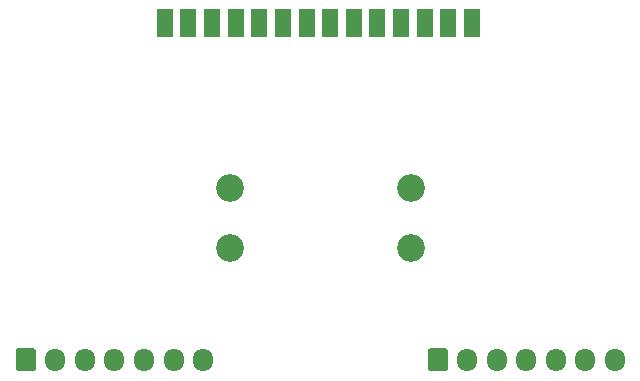
<source format=gbr>
G04 #@! TF.GenerationSoftware,KiCad,Pcbnew,(5.1.5)-3*
G04 #@! TF.CreationDate,2020-02-13T20:49:58+01:00*
G04 #@! TF.ProjectId,bms,626d732e-6b69-4636-9164-5f7063625858,01*
G04 #@! TF.SameCoordinates,Original*
G04 #@! TF.FileFunction,Copper,L2,Bot*
G04 #@! TF.FilePolarity,Positive*
%FSLAX46Y46*%
G04 Gerber Fmt 4.6, Leading zero omitted, Abs format (unit mm)*
G04 Created by KiCad (PCBNEW (5.1.5)-3) date 2020-02-13 20:49:58*
%MOMM*%
%LPD*%
G04 APERTURE LIST*
%ADD10C,2.350000*%
%ADD11R,1.350000X2.350000*%
%ADD12O,1.700000X1.950000*%
%ADD13C,0.100000*%
G04 APERTURE END LIST*
D10*
X127847500Y-96120000D03*
X127847500Y-101200000D03*
X112527500Y-96120000D03*
X112527500Y-101200000D03*
D11*
X106990000Y-82200000D03*
X108990000Y-82200000D03*
X110990000Y-82200000D03*
X112990000Y-82200000D03*
X114990000Y-82200000D03*
X116990000Y-82200000D03*
X118990000Y-82200000D03*
X120990000Y-82200000D03*
X122990000Y-82200000D03*
X124990000Y-82200000D03*
X126990000Y-82200000D03*
X128990000Y-82200000D03*
X130990000Y-82200000D03*
X132990000Y-82200000D03*
D12*
X145100000Y-110700000D03*
X142600000Y-110700000D03*
X140100000Y-110700000D03*
X137600000Y-110700000D03*
X135100000Y-110700000D03*
X132600000Y-110700000D03*
G04 #@! TA.AperFunction,ComponentPad*
D13*
G36*
X130724504Y-109726204D02*
G01*
X130748773Y-109729804D01*
X130772571Y-109735765D01*
X130795671Y-109744030D01*
X130817849Y-109754520D01*
X130838893Y-109767133D01*
X130858598Y-109781747D01*
X130876777Y-109798223D01*
X130893253Y-109816402D01*
X130907867Y-109836107D01*
X130920480Y-109857151D01*
X130930970Y-109879329D01*
X130939235Y-109902429D01*
X130945196Y-109926227D01*
X130948796Y-109950496D01*
X130950000Y-109975000D01*
X130950000Y-111425000D01*
X130948796Y-111449504D01*
X130945196Y-111473773D01*
X130939235Y-111497571D01*
X130930970Y-111520671D01*
X130920480Y-111542849D01*
X130907867Y-111563893D01*
X130893253Y-111583598D01*
X130876777Y-111601777D01*
X130858598Y-111618253D01*
X130838893Y-111632867D01*
X130817849Y-111645480D01*
X130795671Y-111655970D01*
X130772571Y-111664235D01*
X130748773Y-111670196D01*
X130724504Y-111673796D01*
X130700000Y-111675000D01*
X129500000Y-111675000D01*
X129475496Y-111673796D01*
X129451227Y-111670196D01*
X129427429Y-111664235D01*
X129404329Y-111655970D01*
X129382151Y-111645480D01*
X129361107Y-111632867D01*
X129341402Y-111618253D01*
X129323223Y-111601777D01*
X129306747Y-111583598D01*
X129292133Y-111563893D01*
X129279520Y-111542849D01*
X129269030Y-111520671D01*
X129260765Y-111497571D01*
X129254804Y-111473773D01*
X129251204Y-111449504D01*
X129250000Y-111425000D01*
X129250000Y-109975000D01*
X129251204Y-109950496D01*
X129254804Y-109926227D01*
X129260765Y-109902429D01*
X129269030Y-109879329D01*
X129279520Y-109857151D01*
X129292133Y-109836107D01*
X129306747Y-109816402D01*
X129323223Y-109798223D01*
X129341402Y-109781747D01*
X129361107Y-109767133D01*
X129382151Y-109754520D01*
X129404329Y-109744030D01*
X129427429Y-109735765D01*
X129451227Y-109729804D01*
X129475496Y-109726204D01*
X129500000Y-109725000D01*
X130700000Y-109725000D01*
X130724504Y-109726204D01*
G37*
G04 #@! TD.AperFunction*
D12*
X110225000Y-110675000D03*
X107725000Y-110675000D03*
X105225000Y-110675000D03*
X102725000Y-110675000D03*
X100225000Y-110675000D03*
X97725000Y-110675000D03*
G04 #@! TA.AperFunction,ComponentPad*
D13*
G36*
X95849504Y-109701204D02*
G01*
X95873773Y-109704804D01*
X95897571Y-109710765D01*
X95920671Y-109719030D01*
X95942849Y-109729520D01*
X95963893Y-109742133D01*
X95983598Y-109756747D01*
X96001777Y-109773223D01*
X96018253Y-109791402D01*
X96032867Y-109811107D01*
X96045480Y-109832151D01*
X96055970Y-109854329D01*
X96064235Y-109877429D01*
X96070196Y-109901227D01*
X96073796Y-109925496D01*
X96075000Y-109950000D01*
X96075000Y-111400000D01*
X96073796Y-111424504D01*
X96070196Y-111448773D01*
X96064235Y-111472571D01*
X96055970Y-111495671D01*
X96045480Y-111517849D01*
X96032867Y-111538893D01*
X96018253Y-111558598D01*
X96001777Y-111576777D01*
X95983598Y-111593253D01*
X95963893Y-111607867D01*
X95942849Y-111620480D01*
X95920671Y-111630970D01*
X95897571Y-111639235D01*
X95873773Y-111645196D01*
X95849504Y-111648796D01*
X95825000Y-111650000D01*
X94625000Y-111650000D01*
X94600496Y-111648796D01*
X94576227Y-111645196D01*
X94552429Y-111639235D01*
X94529329Y-111630970D01*
X94507151Y-111620480D01*
X94486107Y-111607867D01*
X94466402Y-111593253D01*
X94448223Y-111576777D01*
X94431747Y-111558598D01*
X94417133Y-111538893D01*
X94404520Y-111517849D01*
X94394030Y-111495671D01*
X94385765Y-111472571D01*
X94379804Y-111448773D01*
X94376204Y-111424504D01*
X94375000Y-111400000D01*
X94375000Y-109950000D01*
X94376204Y-109925496D01*
X94379804Y-109901227D01*
X94385765Y-109877429D01*
X94394030Y-109854329D01*
X94404520Y-109832151D01*
X94417133Y-109811107D01*
X94431747Y-109791402D01*
X94448223Y-109773223D01*
X94466402Y-109756747D01*
X94486107Y-109742133D01*
X94507151Y-109729520D01*
X94529329Y-109719030D01*
X94552429Y-109710765D01*
X94576227Y-109704804D01*
X94600496Y-109701204D01*
X94625000Y-109700000D01*
X95825000Y-109700000D01*
X95849504Y-109701204D01*
G37*
G04 #@! TD.AperFunction*
M02*

</source>
